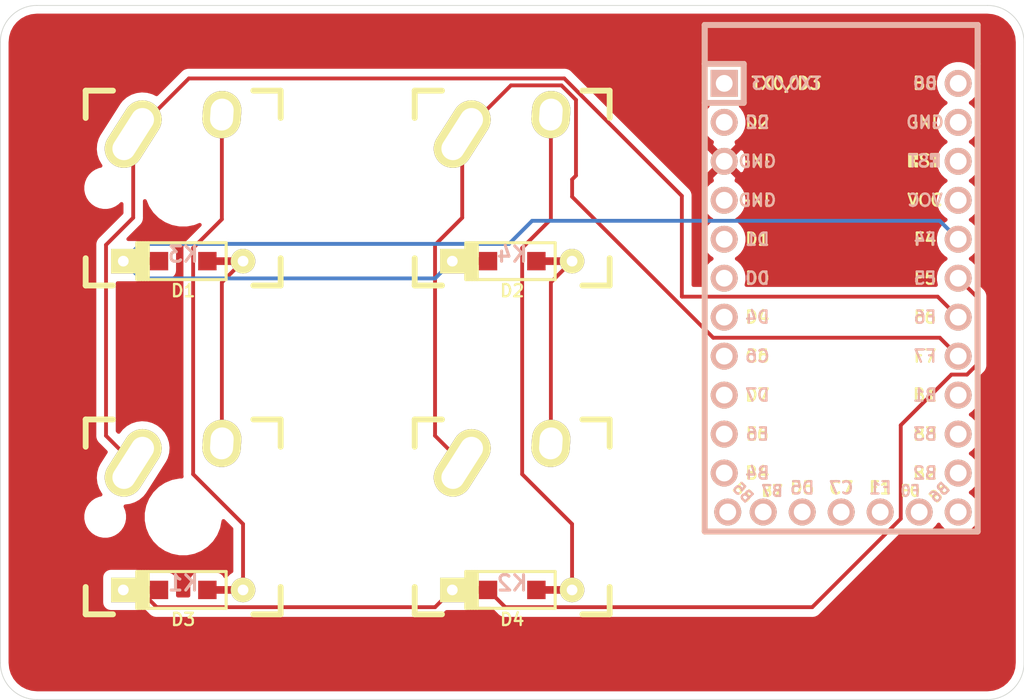
<source format=kicad_pcb>
(kicad_pcb (version 20171130) (host pcbnew "(5.1.9)-1")

  (general
    (thickness 1.6)
    (drawings 8)
    (tracks 60)
    (zones 0)
    (modules 9)
    (nets 34)
  )

  (page A4)
  (layers
    (0 F.Cu signal)
    (31 B.Cu signal)
    (32 B.Adhes user)
    (33 F.Adhes user)
    (34 B.Paste user)
    (35 F.Paste user)
    (36 B.SilkS user)
    (37 F.SilkS user)
    (38 B.Mask user)
    (39 F.Mask user)
    (40 Dwgs.User user)
    (41 Cmts.User user)
    (42 Eco1.User user)
    (43 Eco2.User user)
    (44 Edge.Cuts user)
    (45 Margin user)
    (46 B.CrtYd user)
    (47 F.CrtYd user)
    (48 B.Fab user)
    (49 F.Fab user)
  )

  (setup
    (last_trace_width 0.25)
    (trace_clearance 0.2)
    (zone_clearance 0.508)
    (zone_45_only no)
    (trace_min 0.2)
    (via_size 0.8)
    (via_drill 0.4)
    (via_min_size 0.4)
    (via_min_drill 0.3)
    (uvia_size 0.3)
    (uvia_drill 0.1)
    (uvias_allowed no)
    (uvia_min_size 0.2)
    (uvia_min_drill 0.1)
    (edge_width 0.05)
    (segment_width 0.2)
    (pcb_text_width 0.3)
    (pcb_text_size 1.5 1.5)
    (mod_edge_width 0.12)
    (mod_text_size 1 1)
    (mod_text_width 0.15)
    (pad_size 1.524 1.524)
    (pad_drill 0.762)
    (pad_to_mask_clearance 0)
    (aux_axis_origin 0 0)
    (visible_elements 7FFFF7FF)
    (pcbplotparams
      (layerselection 0x010fc_ffffffff)
      (usegerberextensions false)
      (usegerberattributes true)
      (usegerberadvancedattributes true)
      (creategerberjobfile true)
      (excludeedgelayer true)
      (linewidth 0.100000)
      (plotframeref false)
      (viasonmask false)
      (mode 1)
      (useauxorigin false)
      (hpglpennumber 1)
      (hpglpenspeed 20)
      (hpglpendiameter 15.000000)
      (psnegative false)
      (psa4output false)
      (plotreference true)
      (plotvalue true)
      (plotinvisibletext false)
      (padsonsilk false)
      (subtractmaskfromsilk false)
      (outputformat 1)
      (mirror false)
      (drillshape 1)
      (scaleselection 1)
      (outputdirectory ""))
  )

  (net 0 "")
  (net 1 "Net-(D1-Pad2)")
  (net 2 "Net-(D1-Pad1)")
  (net 3 "Net-(D2-Pad2)")
  (net 4 "Net-(D3-Pad2)")
  (net 5 "Net-(D3-Pad1)")
  (net 6 "Net-(D4-Pad2)")
  (net 7 "Net-(K1-Pad1)")
  (net 8 "Net-(K2-Pad1)")
  (net 9 "Net-(U1-Pad1)")
  (net 10 "Net-(U1-Pad2)")
  (net 11 "Net-(U1-Pad4)")
  (net 12 "Net-(U1-Pad5)")
  (net 13 "Net-(U1-Pad6)")
  (net 14 "Net-(U1-Pad7)")
  (net 15 "Net-(U1-Pad8)")
  (net 16 "Net-(U1-Pad9)")
  (net 17 "Net-(U1-Pad10)")
  (net 18 "Net-(U1-Pad11)")
  (net 19 "Net-(U1-Pad13)")
  (net 20 "Net-(U1-Pad14)")
  (net 21 "Net-(U1-Pad15)")
  (net 22 "Net-(U1-Pad16)")
  (net 23 "Net-(U1-Pad21)")
  (net 24 "Net-(U1-Pad22)")
  (net 25 "Net-(U1-Pad23)")
  (net 26 "Net-(U1-Pad12)")
  (net 27 "Net-(U1-Pad24)")
  (net 28 "Net-(U1-Pad29)")
  (net 29 "Net-(U1-Pad28)")
  (net 30 "Net-(U1-Pad27)")
  (net 31 "Net-(U1-Pad26)")
  (net 32 "Net-(U1-Pad25)")
  (net 33 GND)

  (net_class Default "This is the default net class."
    (clearance 0.2)
    (trace_width 0.25)
    (via_dia 0.8)
    (via_drill 0.4)
    (uvia_dia 0.3)
    (uvia_drill 0.1)
    (add_net GND)
    (add_net "Net-(D1-Pad1)")
    (add_net "Net-(D1-Pad2)")
    (add_net "Net-(D2-Pad2)")
    (add_net "Net-(D3-Pad1)")
    (add_net "Net-(D3-Pad2)")
    (add_net "Net-(D4-Pad2)")
    (add_net "Net-(K1-Pad1)")
    (add_net "Net-(K2-Pad1)")
    (add_net "Net-(U1-Pad1)")
    (add_net "Net-(U1-Pad10)")
    (add_net "Net-(U1-Pad11)")
    (add_net "Net-(U1-Pad12)")
    (add_net "Net-(U1-Pad13)")
    (add_net "Net-(U1-Pad14)")
    (add_net "Net-(U1-Pad15)")
    (add_net "Net-(U1-Pad16)")
    (add_net "Net-(U1-Pad2)")
    (add_net "Net-(U1-Pad21)")
    (add_net "Net-(U1-Pad22)")
    (add_net "Net-(U1-Pad23)")
    (add_net "Net-(U1-Pad24)")
    (add_net "Net-(U1-Pad25)")
    (add_net "Net-(U1-Pad26)")
    (add_net "Net-(U1-Pad27)")
    (add_net "Net-(U1-Pad28)")
    (add_net "Net-(U1-Pad29)")
    (add_net "Net-(U1-Pad4)")
    (add_net "Net-(U1-Pad5)")
    (add_net "Net-(U1-Pad6)")
    (add_net "Net-(U1-Pad7)")
    (add_net "Net-(U1-Pad8)")
    (add_net "Net-(U1-Pad9)")
  )

  (module keyboard_parts:D_SOD123_axial (layer F.Cu) (tedit 561B6A12) (tstamp 6029B9E6)
    (at 102.39375 135.73125)
    (path /6029A282)
    (attr smd)
    (fp_text reference D1 (at 0 1.925) (layer F.SilkS)
      (effects (font (size 0.8 0.8) (thickness 0.15)))
    )
    (fp_text value D (at 0 -1.925) (layer F.SilkS) hide
      (effects (font (size 0.8 0.8) (thickness 0.15)))
    )
    (fp_line (start 2.8 1.2) (end -3 1.2) (layer F.SilkS) (width 0.2))
    (fp_line (start 2.8 -1.2) (end 2.8 1.2) (layer F.SilkS) (width 0.2))
    (fp_line (start -3 -1.2) (end 2.8 -1.2) (layer F.SilkS) (width 0.2))
    (fp_line (start -2.925 -1.2) (end -2.925 1.2) (layer F.SilkS) (width 0.2))
    (fp_line (start -2.8 -1.2) (end -2.8 1.2) (layer F.SilkS) (width 0.2))
    (fp_line (start -3.025 1.2) (end -3.025 -1.2) (layer F.SilkS) (width 0.2))
    (fp_line (start -2.625 -1.2) (end -2.625 1.2) (layer F.SilkS) (width 0.2))
    (fp_line (start -2.45 -1.2) (end -2.45 1.2) (layer F.SilkS) (width 0.2))
    (fp_line (start -2.275 -1.2) (end -2.275 1.2) (layer F.SilkS) (width 0.2))
    (pad 2 smd rect (at 2.7 0) (size 2.5 0.5) (layers F.Cu)
      (net 1 "Net-(D1-Pad2)") (solder_mask_margin -999))
    (pad 1 smd rect (at -2.7 0) (size 2.5 0.5) (layers F.Cu)
      (net 2 "Net-(D1-Pad1)") (solder_mask_margin -999))
    (pad 2 thru_hole circle (at 3.9 0) (size 1.6 1.6) (drill 0.7) (layers *.Cu *.Mask F.SilkS)
      (net 1 "Net-(D1-Pad2)"))
    (pad 1 thru_hole rect (at -3.9 0) (size 1.6 1.6) (drill 0.7) (layers *.Cu *.Mask F.SilkS)
      (net 2 "Net-(D1-Pad1)"))
    (pad 1 smd rect (at -1.575 0) (size 1.2 1.2) (layers F.Cu F.Paste F.Mask)
      (net 2 "Net-(D1-Pad1)"))
    (pad 2 smd rect (at 1.575 0) (size 1.2 1.2) (layers F.Cu F.Paste F.Mask)
      (net 1 "Net-(D1-Pad2)"))
  )

  (module keyboard_parts:D_SOD123_axial (layer F.Cu) (tedit 561B6A12) (tstamp 6029B9F9)
    (at 123.825 135.73125)
    (path /6029BEA4)
    (attr smd)
    (fp_text reference D2 (at 0 1.925) (layer F.SilkS)
      (effects (font (size 0.8 0.8) (thickness 0.15)))
    )
    (fp_text value D (at 0 -1.925) (layer F.SilkS) hide
      (effects (font (size 0.8 0.8) (thickness 0.15)))
    )
    (fp_line (start -2.275 -1.2) (end -2.275 1.2) (layer F.SilkS) (width 0.2))
    (fp_line (start -2.45 -1.2) (end -2.45 1.2) (layer F.SilkS) (width 0.2))
    (fp_line (start -2.625 -1.2) (end -2.625 1.2) (layer F.SilkS) (width 0.2))
    (fp_line (start -3.025 1.2) (end -3.025 -1.2) (layer F.SilkS) (width 0.2))
    (fp_line (start -2.8 -1.2) (end -2.8 1.2) (layer F.SilkS) (width 0.2))
    (fp_line (start -2.925 -1.2) (end -2.925 1.2) (layer F.SilkS) (width 0.2))
    (fp_line (start -3 -1.2) (end 2.8 -1.2) (layer F.SilkS) (width 0.2))
    (fp_line (start 2.8 -1.2) (end 2.8 1.2) (layer F.SilkS) (width 0.2))
    (fp_line (start 2.8 1.2) (end -3 1.2) (layer F.SilkS) (width 0.2))
    (pad 2 smd rect (at 1.575 0) (size 1.2 1.2) (layers F.Cu F.Paste F.Mask)
      (net 3 "Net-(D2-Pad2)"))
    (pad 1 smd rect (at -1.575 0) (size 1.2 1.2) (layers F.Cu F.Paste F.Mask)
      (net 2 "Net-(D1-Pad1)"))
    (pad 1 thru_hole rect (at -3.9 0) (size 1.6 1.6) (drill 0.7) (layers *.Cu *.Mask F.SilkS)
      (net 2 "Net-(D1-Pad1)"))
    (pad 2 thru_hole circle (at 3.9 0) (size 1.6 1.6) (drill 0.7) (layers *.Cu *.Mask F.SilkS)
      (net 3 "Net-(D2-Pad2)"))
    (pad 1 smd rect (at -2.7 0) (size 2.5 0.5) (layers F.Cu)
      (net 2 "Net-(D1-Pad1)") (solder_mask_margin -999))
    (pad 2 smd rect (at 2.7 0) (size 2.5 0.5) (layers F.Cu)
      (net 3 "Net-(D2-Pad2)") (solder_mask_margin -999))
  )

  (module keyboard_parts:D_SOD123_axial (layer F.Cu) (tedit 561B6A12) (tstamp 6029BA0C)
    (at 102.39375 157.1625)
    (path /6029CCFE)
    (attr smd)
    (fp_text reference D3 (at 0 1.925) (layer F.SilkS)
      (effects (font (size 0.8 0.8) (thickness 0.15)))
    )
    (fp_text value D (at 0 -1.925) (layer F.SilkS) hide
      (effects (font (size 0.8 0.8) (thickness 0.15)))
    )
    (fp_line (start 2.8 1.2) (end -3 1.2) (layer F.SilkS) (width 0.2))
    (fp_line (start 2.8 -1.2) (end 2.8 1.2) (layer F.SilkS) (width 0.2))
    (fp_line (start -3 -1.2) (end 2.8 -1.2) (layer F.SilkS) (width 0.2))
    (fp_line (start -2.925 -1.2) (end -2.925 1.2) (layer F.SilkS) (width 0.2))
    (fp_line (start -2.8 -1.2) (end -2.8 1.2) (layer F.SilkS) (width 0.2))
    (fp_line (start -3.025 1.2) (end -3.025 -1.2) (layer F.SilkS) (width 0.2))
    (fp_line (start -2.625 -1.2) (end -2.625 1.2) (layer F.SilkS) (width 0.2))
    (fp_line (start -2.45 -1.2) (end -2.45 1.2) (layer F.SilkS) (width 0.2))
    (fp_line (start -2.275 -1.2) (end -2.275 1.2) (layer F.SilkS) (width 0.2))
    (pad 2 smd rect (at 2.7 0) (size 2.5 0.5) (layers F.Cu)
      (net 4 "Net-(D3-Pad2)") (solder_mask_margin -999))
    (pad 1 smd rect (at -2.7 0) (size 2.5 0.5) (layers F.Cu)
      (net 5 "Net-(D3-Pad1)") (solder_mask_margin -999))
    (pad 2 thru_hole circle (at 3.9 0) (size 1.6 1.6) (drill 0.7) (layers *.Cu *.Mask F.SilkS)
      (net 4 "Net-(D3-Pad2)"))
    (pad 1 thru_hole rect (at -3.9 0) (size 1.6 1.6) (drill 0.7) (layers *.Cu *.Mask F.SilkS)
      (net 5 "Net-(D3-Pad1)"))
    (pad 1 smd rect (at -1.575 0) (size 1.2 1.2) (layers F.Cu F.Paste F.Mask)
      (net 5 "Net-(D3-Pad1)"))
    (pad 2 smd rect (at 1.575 0) (size 1.2 1.2) (layers F.Cu F.Paste F.Mask)
      (net 4 "Net-(D3-Pad2)"))
  )

  (module keyboard_parts:D_SOD123_axial (layer F.Cu) (tedit 561B6A12) (tstamp 6029BA1F)
    (at 123.825 157.1625)
    (path /6029D583)
    (attr smd)
    (fp_text reference D4 (at 0 1.925) (layer F.SilkS)
      (effects (font (size 0.8 0.8) (thickness 0.15)))
    )
    (fp_text value D (at 0 -1.925) (layer F.SilkS) hide
      (effects (font (size 0.8 0.8) (thickness 0.15)))
    )
    (fp_line (start -2.275 -1.2) (end -2.275 1.2) (layer F.SilkS) (width 0.2))
    (fp_line (start -2.45 -1.2) (end -2.45 1.2) (layer F.SilkS) (width 0.2))
    (fp_line (start -2.625 -1.2) (end -2.625 1.2) (layer F.SilkS) (width 0.2))
    (fp_line (start -3.025 1.2) (end -3.025 -1.2) (layer F.SilkS) (width 0.2))
    (fp_line (start -2.8 -1.2) (end -2.8 1.2) (layer F.SilkS) (width 0.2))
    (fp_line (start -2.925 -1.2) (end -2.925 1.2) (layer F.SilkS) (width 0.2))
    (fp_line (start -3 -1.2) (end 2.8 -1.2) (layer F.SilkS) (width 0.2))
    (fp_line (start 2.8 -1.2) (end 2.8 1.2) (layer F.SilkS) (width 0.2))
    (fp_line (start 2.8 1.2) (end -3 1.2) (layer F.SilkS) (width 0.2))
    (pad 2 smd rect (at 1.575 0) (size 1.2 1.2) (layers F.Cu F.Paste F.Mask)
      (net 6 "Net-(D4-Pad2)"))
    (pad 1 smd rect (at -1.575 0) (size 1.2 1.2) (layers F.Cu F.Paste F.Mask)
      (net 5 "Net-(D3-Pad1)"))
    (pad 1 thru_hole rect (at -3.9 0) (size 1.6 1.6) (drill 0.7) (layers *.Cu *.Mask F.SilkS)
      (net 5 "Net-(D3-Pad1)"))
    (pad 2 thru_hole circle (at 3.9 0) (size 1.6 1.6) (drill 0.7) (layers *.Cu *.Mask F.SilkS)
      (net 6 "Net-(D4-Pad2)"))
    (pad 1 smd rect (at -2.7 0) (size 2.5 0.5) (layers F.Cu)
      (net 5 "Net-(D3-Pad1)") (solder_mask_margin -999))
    (pad 2 smd rect (at 2.7 0) (size 2.5 0.5) (layers F.Cu)
      (net 6 "Net-(D4-Pad2)") (solder_mask_margin -999))
  )

  (module keebs:Mx_Alps_100 locked (layer F.Cu) (tedit 5F25CCD9) (tstamp 6029BA44)
    (at 102.39375 152.4)
    (descr MXALPS)
    (tags MXALPS)
    (path /60297B88)
    (fp_text reference K1 (at 0 4.318) (layer B.SilkS)
      (effects (font (size 1 1) (thickness 0.2)) (justify mirror))
    )
    (fp_text value KEYSW (at 5.334 10.922) (layer B.SilkS) hide
      (effects (font (size 1.524 1.524) (thickness 0.3048)) (justify mirror))
    )
    (fp_line (start -6.35 -6.35) (end 6.35 -6.35) (layer Cmts.User) (width 0.1524))
    (fp_line (start 6.35 -6.35) (end 6.35 6.35) (layer Cmts.User) (width 0.1524))
    (fp_line (start 6.35 6.35) (end -6.35 6.35) (layer Cmts.User) (width 0.1524))
    (fp_line (start -6.35 6.35) (end -6.35 -6.35) (layer Cmts.User) (width 0.1524))
    (fp_line (start -9.398 -9.398) (end 9.398 -9.398) (layer Dwgs.User) (width 0.1524))
    (fp_line (start 9.398 -9.398) (end 9.398 9.398) (layer Dwgs.User) (width 0.1524))
    (fp_line (start 9.398 9.398) (end -9.398 9.398) (layer Dwgs.User) (width 0.1524))
    (fp_line (start -9.398 9.398) (end -9.398 -9.398) (layer Dwgs.User) (width 0.1524))
    (fp_line (start -6.35 -6.35) (end -4.572 -6.35) (layer F.SilkS) (width 0.381))
    (fp_line (start 4.572 -6.35) (end 6.35 -6.35) (layer F.SilkS) (width 0.381))
    (fp_line (start 6.35 -6.35) (end 6.35 -4.572) (layer F.SilkS) (width 0.381))
    (fp_line (start 6.35 4.572) (end 6.35 6.35) (layer F.SilkS) (width 0.381))
    (fp_line (start 6.35 6.35) (end 4.572 6.35) (layer F.SilkS) (width 0.381))
    (fp_line (start -4.572 6.35) (end -6.35 6.35) (layer F.SilkS) (width 0.381))
    (fp_line (start -6.35 6.35) (end -6.35 4.572) (layer F.SilkS) (width 0.381))
    (fp_line (start -6.35 -4.572) (end -6.35 -6.35) (layer F.SilkS) (width 0.381))
    (fp_line (start -6.985 -6.985) (end 6.985 -6.985) (layer Eco2.User) (width 0.1524))
    (fp_line (start 6.985 -6.985) (end 6.985 6.985) (layer Eco2.User) (width 0.1524))
    (fp_line (start 6.985 6.985) (end -6.985 6.985) (layer Eco2.User) (width 0.1524))
    (fp_line (start -6.985 6.985) (end -6.985 -6.985) (layer Eco2.User) (width 0.1524))
    (fp_line (start -7.75 6.4) (end -7.75 -6.4) (layer Dwgs.User) (width 0.3))
    (fp_line (start -7.75 6.4) (end 7.75 6.4) (layer Dwgs.User) (width 0.3))
    (fp_line (start 7.75 6.4) (end 7.75 -6.4) (layer Dwgs.User) (width 0.3))
    (fp_line (start 7.75 -6.4) (end -7.75 -6.4) (layer Dwgs.User) (width 0.3))
    (fp_line (start -7.62 -7.62) (end 7.62 -7.62) (layer Dwgs.User) (width 0.3))
    (fp_line (start 7.62 -7.62) (end 7.62 7.62) (layer Dwgs.User) (width 0.3))
    (fp_line (start 7.62 7.62) (end -7.62 7.62) (layer Dwgs.User) (width 0.3))
    (fp_line (start -7.62 7.62) (end -7.62 -7.62) (layer Dwgs.User) (width 0.3))
    (pad 2 thru_hole oval (at 2.52 -4.79 356.1) (size 2.5 3.08) (drill oval 1.5 2.08) (layers *.Cu *.Mask F.SilkS)
      (net 1 "Net-(D1-Pad2)"))
    (pad 1 thru_hole oval (at -3.255 -3.52 327.5) (size 2.5 4.75) (drill oval 1.5 3.75) (layers *.Cu *.Mask F.SilkS)
      (net 7 "Net-(K1-Pad1)"))
    (pad "" np_thru_hole circle (at 5.08 0) (size 1.7018 1.7018) (drill 1.7018) (layers *.Cu *.Mask))
    (pad "" np_thru_hole circle (at -5.08 0) (size 1.7018 1.7018) (drill 1.7018) (layers *.Cu *.Mask))
    (pad "" np_thru_hole circle (at 0 0) (size 3.9878 3.9878) (drill 3.9878) (layers *.Cu *.Mask))
  )

  (module keebs:Mx_Alps_100 locked (layer F.Cu) (tedit 5F25CCD9) (tstamp 6029BA69)
    (at 123.825 152.4)
    (descr MXALPS)
    (tags MXALPS)
    (path /60298470)
    (fp_text reference K2 (at 0 4.318) (layer B.SilkS)
      (effects (font (size 1 1) (thickness 0.2)) (justify mirror))
    )
    (fp_text value KEYSW (at 5.334 10.922) (layer B.SilkS) hide
      (effects (font (size 1.524 1.524) (thickness 0.3048)) (justify mirror))
    )
    (fp_line (start -7.62 7.62) (end -7.62 -7.62) (layer Dwgs.User) (width 0.3))
    (fp_line (start 7.62 7.62) (end -7.62 7.62) (layer Dwgs.User) (width 0.3))
    (fp_line (start 7.62 -7.62) (end 7.62 7.62) (layer Dwgs.User) (width 0.3))
    (fp_line (start -7.62 -7.62) (end 7.62 -7.62) (layer Dwgs.User) (width 0.3))
    (fp_line (start 7.75 -6.4) (end -7.75 -6.4) (layer Dwgs.User) (width 0.3))
    (fp_line (start 7.75 6.4) (end 7.75 -6.4) (layer Dwgs.User) (width 0.3))
    (fp_line (start -7.75 6.4) (end 7.75 6.4) (layer Dwgs.User) (width 0.3))
    (fp_line (start -7.75 6.4) (end -7.75 -6.4) (layer Dwgs.User) (width 0.3))
    (fp_line (start -6.985 6.985) (end -6.985 -6.985) (layer Eco2.User) (width 0.1524))
    (fp_line (start 6.985 6.985) (end -6.985 6.985) (layer Eco2.User) (width 0.1524))
    (fp_line (start 6.985 -6.985) (end 6.985 6.985) (layer Eco2.User) (width 0.1524))
    (fp_line (start -6.985 -6.985) (end 6.985 -6.985) (layer Eco2.User) (width 0.1524))
    (fp_line (start -6.35 -4.572) (end -6.35 -6.35) (layer F.SilkS) (width 0.381))
    (fp_line (start -6.35 6.35) (end -6.35 4.572) (layer F.SilkS) (width 0.381))
    (fp_line (start -4.572 6.35) (end -6.35 6.35) (layer F.SilkS) (width 0.381))
    (fp_line (start 6.35 6.35) (end 4.572 6.35) (layer F.SilkS) (width 0.381))
    (fp_line (start 6.35 4.572) (end 6.35 6.35) (layer F.SilkS) (width 0.381))
    (fp_line (start 6.35 -6.35) (end 6.35 -4.572) (layer F.SilkS) (width 0.381))
    (fp_line (start 4.572 -6.35) (end 6.35 -6.35) (layer F.SilkS) (width 0.381))
    (fp_line (start -6.35 -6.35) (end -4.572 -6.35) (layer F.SilkS) (width 0.381))
    (fp_line (start -9.398 9.398) (end -9.398 -9.398) (layer Dwgs.User) (width 0.1524))
    (fp_line (start 9.398 9.398) (end -9.398 9.398) (layer Dwgs.User) (width 0.1524))
    (fp_line (start 9.398 -9.398) (end 9.398 9.398) (layer Dwgs.User) (width 0.1524))
    (fp_line (start -9.398 -9.398) (end 9.398 -9.398) (layer Dwgs.User) (width 0.1524))
    (fp_line (start -6.35 6.35) (end -6.35 -6.35) (layer Cmts.User) (width 0.1524))
    (fp_line (start 6.35 6.35) (end -6.35 6.35) (layer Cmts.User) (width 0.1524))
    (fp_line (start 6.35 -6.35) (end 6.35 6.35) (layer Cmts.User) (width 0.1524))
    (fp_line (start -6.35 -6.35) (end 6.35 -6.35) (layer Cmts.User) (width 0.1524))
    (pad "" np_thru_hole circle (at 0 0) (size 3.9878 3.9878) (drill 3.9878) (layers *.Cu *.Mask))
    (pad "" np_thru_hole circle (at -5.08 0) (size 1.7018 1.7018) (drill 1.7018) (layers *.Cu *.Mask))
    (pad "" np_thru_hole circle (at 5.08 0) (size 1.7018 1.7018) (drill 1.7018) (layers *.Cu *.Mask))
    (pad 1 thru_hole oval (at -3.255 -3.52 327.5) (size 2.5 4.75) (drill oval 1.5 3.75) (layers *.Cu *.Mask F.SilkS)
      (net 8 "Net-(K2-Pad1)"))
    (pad 2 thru_hole oval (at 2.52 -4.79 356.1) (size 2.5 3.08) (drill oval 1.5 2.08) (layers *.Cu *.Mask F.SilkS)
      (net 3 "Net-(D2-Pad2)"))
  )

  (module keebs:Mx_Alps_100 locked (layer F.Cu) (tedit 5F25CCD9) (tstamp 6029BA8E)
    (at 102.39375 130.96875)
    (descr MXALPS)
    (tags MXALPS)
    (path /602995B5)
    (fp_text reference K3 (at 0 4.318) (layer B.SilkS)
      (effects (font (size 1 1) (thickness 0.2)) (justify mirror))
    )
    (fp_text value KEYSW (at 5.334 10.922) (layer B.SilkS) hide
      (effects (font (size 1.524 1.524) (thickness 0.3048)) (justify mirror))
    )
    (fp_line (start -6.35 -6.35) (end 6.35 -6.35) (layer Cmts.User) (width 0.1524))
    (fp_line (start 6.35 -6.35) (end 6.35 6.35) (layer Cmts.User) (width 0.1524))
    (fp_line (start 6.35 6.35) (end -6.35 6.35) (layer Cmts.User) (width 0.1524))
    (fp_line (start -6.35 6.35) (end -6.35 -6.35) (layer Cmts.User) (width 0.1524))
    (fp_line (start -9.398 -9.398) (end 9.398 -9.398) (layer Dwgs.User) (width 0.1524))
    (fp_line (start 9.398 -9.398) (end 9.398 9.398) (layer Dwgs.User) (width 0.1524))
    (fp_line (start 9.398 9.398) (end -9.398 9.398) (layer Dwgs.User) (width 0.1524))
    (fp_line (start -9.398 9.398) (end -9.398 -9.398) (layer Dwgs.User) (width 0.1524))
    (fp_line (start -6.35 -6.35) (end -4.572 -6.35) (layer F.SilkS) (width 0.381))
    (fp_line (start 4.572 -6.35) (end 6.35 -6.35) (layer F.SilkS) (width 0.381))
    (fp_line (start 6.35 -6.35) (end 6.35 -4.572) (layer F.SilkS) (width 0.381))
    (fp_line (start 6.35 4.572) (end 6.35 6.35) (layer F.SilkS) (width 0.381))
    (fp_line (start 6.35 6.35) (end 4.572 6.35) (layer F.SilkS) (width 0.381))
    (fp_line (start -4.572 6.35) (end -6.35 6.35) (layer F.SilkS) (width 0.381))
    (fp_line (start -6.35 6.35) (end -6.35 4.572) (layer F.SilkS) (width 0.381))
    (fp_line (start -6.35 -4.572) (end -6.35 -6.35) (layer F.SilkS) (width 0.381))
    (fp_line (start -6.985 -6.985) (end 6.985 -6.985) (layer Eco2.User) (width 0.1524))
    (fp_line (start 6.985 -6.985) (end 6.985 6.985) (layer Eco2.User) (width 0.1524))
    (fp_line (start 6.985 6.985) (end -6.985 6.985) (layer Eco2.User) (width 0.1524))
    (fp_line (start -6.985 6.985) (end -6.985 -6.985) (layer Eco2.User) (width 0.1524))
    (fp_line (start -7.75 6.4) (end -7.75 -6.4) (layer Dwgs.User) (width 0.3))
    (fp_line (start -7.75 6.4) (end 7.75 6.4) (layer Dwgs.User) (width 0.3))
    (fp_line (start 7.75 6.4) (end 7.75 -6.4) (layer Dwgs.User) (width 0.3))
    (fp_line (start 7.75 -6.4) (end -7.75 -6.4) (layer Dwgs.User) (width 0.3))
    (fp_line (start -7.62 -7.62) (end 7.62 -7.62) (layer Dwgs.User) (width 0.3))
    (fp_line (start 7.62 -7.62) (end 7.62 7.62) (layer Dwgs.User) (width 0.3))
    (fp_line (start 7.62 7.62) (end -7.62 7.62) (layer Dwgs.User) (width 0.3))
    (fp_line (start -7.62 7.62) (end -7.62 -7.62) (layer Dwgs.User) (width 0.3))
    (pad 2 thru_hole oval (at 2.52 -4.79 356.1) (size 2.5 3.08) (drill oval 1.5 2.08) (layers *.Cu *.Mask F.SilkS)
      (net 4 "Net-(D3-Pad2)"))
    (pad 1 thru_hole oval (at -3.255 -3.52 327.5) (size 2.5 4.75) (drill oval 1.5 3.75) (layers *.Cu *.Mask F.SilkS)
      (net 7 "Net-(K1-Pad1)"))
    (pad "" np_thru_hole circle (at 5.08 0) (size 1.7018 1.7018) (drill 1.7018) (layers *.Cu *.Mask))
    (pad "" np_thru_hole circle (at -5.08 0) (size 1.7018 1.7018) (drill 1.7018) (layers *.Cu *.Mask))
    (pad "" np_thru_hole circle (at 0 0) (size 3.9878 3.9878) (drill 3.9878) (layers *.Cu *.Mask))
  )

  (module keebs:Mx_Alps_100 locked (layer F.Cu) (tedit 5F25CCD9) (tstamp 6029BAB3)
    (at 123.825 130.96875)
    (descr MXALPS)
    (tags MXALPS)
    (path /60299B2D)
    (fp_text reference K4 (at 0 4.318) (layer B.SilkS)
      (effects (font (size 1 1) (thickness 0.2)) (justify mirror))
    )
    (fp_text value KEYSW (at 5.334 10.922) (layer B.SilkS) hide
      (effects (font (size 1.524 1.524) (thickness 0.3048)) (justify mirror))
    )
    (fp_line (start -7.62 7.62) (end -7.62 -7.62) (layer Dwgs.User) (width 0.3))
    (fp_line (start 7.62 7.62) (end -7.62 7.62) (layer Dwgs.User) (width 0.3))
    (fp_line (start 7.62 -7.62) (end 7.62 7.62) (layer Dwgs.User) (width 0.3))
    (fp_line (start -7.62 -7.62) (end 7.62 -7.62) (layer Dwgs.User) (width 0.3))
    (fp_line (start 7.75 -6.4) (end -7.75 -6.4) (layer Dwgs.User) (width 0.3))
    (fp_line (start 7.75 6.4) (end 7.75 -6.4) (layer Dwgs.User) (width 0.3))
    (fp_line (start -7.75 6.4) (end 7.75 6.4) (layer Dwgs.User) (width 0.3))
    (fp_line (start -7.75 6.4) (end -7.75 -6.4) (layer Dwgs.User) (width 0.3))
    (fp_line (start -6.985 6.985) (end -6.985 -6.985) (layer Eco2.User) (width 0.1524))
    (fp_line (start 6.985 6.985) (end -6.985 6.985) (layer Eco2.User) (width 0.1524))
    (fp_line (start 6.985 -6.985) (end 6.985 6.985) (layer Eco2.User) (width 0.1524))
    (fp_line (start -6.985 -6.985) (end 6.985 -6.985) (layer Eco2.User) (width 0.1524))
    (fp_line (start -6.35 -4.572) (end -6.35 -6.35) (layer F.SilkS) (width 0.381))
    (fp_line (start -6.35 6.35) (end -6.35 4.572) (layer F.SilkS) (width 0.381))
    (fp_line (start -4.572 6.35) (end -6.35 6.35) (layer F.SilkS) (width 0.381))
    (fp_line (start 6.35 6.35) (end 4.572 6.35) (layer F.SilkS) (width 0.381))
    (fp_line (start 6.35 4.572) (end 6.35 6.35) (layer F.SilkS) (width 0.381))
    (fp_line (start 6.35 -6.35) (end 6.35 -4.572) (layer F.SilkS) (width 0.381))
    (fp_line (start 4.572 -6.35) (end 6.35 -6.35) (layer F.SilkS) (width 0.381))
    (fp_line (start -6.35 -6.35) (end -4.572 -6.35) (layer F.SilkS) (width 0.381))
    (fp_line (start -9.398 9.398) (end -9.398 -9.398) (layer Dwgs.User) (width 0.1524))
    (fp_line (start 9.398 9.398) (end -9.398 9.398) (layer Dwgs.User) (width 0.1524))
    (fp_line (start 9.398 -9.398) (end 9.398 9.398) (layer Dwgs.User) (width 0.1524))
    (fp_line (start -9.398 -9.398) (end 9.398 -9.398) (layer Dwgs.User) (width 0.1524))
    (fp_line (start -6.35 6.35) (end -6.35 -6.35) (layer Cmts.User) (width 0.1524))
    (fp_line (start 6.35 6.35) (end -6.35 6.35) (layer Cmts.User) (width 0.1524))
    (fp_line (start 6.35 -6.35) (end 6.35 6.35) (layer Cmts.User) (width 0.1524))
    (fp_line (start -6.35 -6.35) (end 6.35 -6.35) (layer Cmts.User) (width 0.1524))
    (pad "" np_thru_hole circle (at 0 0) (size 3.9878 3.9878) (drill 3.9878) (layers *.Cu *.Mask))
    (pad "" np_thru_hole circle (at -5.08 0) (size 1.7018 1.7018) (drill 1.7018) (layers *.Cu *.Mask))
    (pad "" np_thru_hole circle (at 5.08 0) (size 1.7018 1.7018) (drill 1.7018) (layers *.Cu *.Mask))
    (pad 1 thru_hole oval (at -3.255 -3.52 327.5) (size 2.5 4.75) (drill oval 1.5 3.75) (layers *.Cu *.Mask F.SilkS)
      (net 8 "Net-(K2-Pad1)"))
    (pad 2 thru_hole oval (at 2.52 -4.79 356.1) (size 2.5 3.08) (drill oval 1.5 2.08) (layers *.Cu *.Mask F.SilkS)
      (net 6 "Net-(D4-Pad2)"))
  )

  (module Keebio-Parts:Elite-C (layer F.Cu) (tedit 5BDF551E) (tstamp 6029BB2C)
    (at 145.25625 138.1125 270)
    (path /60295751)
    (fp_text reference U1 (at 0 1.625 90) (layer F.SilkS) hide
      (effects (font (size 1.2 1.2) (thickness 0.2032)))
    )
    (fp_text value Elite-C (at 0 0 90) (layer F.SilkS) hide
      (effects (font (size 1.2 1.2) (thickness 0.2032)))
    )
    (fp_line (start -12.7 6.35) (end -12.7 8.89) (layer B.SilkS) (width 0.381))
    (fp_line (start -15.24 6.35) (end -12.7 6.35) (layer B.SilkS) (width 0.381))
    (fp_line (start -15.24 8.89) (end 15.24 8.89) (layer F.SilkS) (width 0.381))
    (fp_line (start 15.24 8.89) (end 15.24 -8.89) (layer F.SilkS) (width 0.381))
    (fp_line (start 15.24 -8.89) (end -15.24 -8.89) (layer F.SilkS) (width 0.381))
    (fp_line (start -15.24 6.35) (end -12.7 6.35) (layer F.SilkS) (width 0.381))
    (fp_line (start -12.7 6.35) (end -12.7 8.89) (layer F.SilkS) (width 0.381))
    (fp_poly (pts (xy -9.36064 -4.931568) (xy -9.06064 -4.931568) (xy -9.06064 -4.831568) (xy -9.36064 -4.831568)) (layer F.SilkS) (width 0.15))
    (fp_poly (pts (xy -8.96064 -4.731568) (xy -8.86064 -4.731568) (xy -8.86064 -4.631568) (xy -8.96064 -4.631568)) (layer F.SilkS) (width 0.15))
    (fp_poly (pts (xy -9.36064 -4.931568) (xy -9.26064 -4.931568) (xy -9.26064 -4.431568) (xy -9.36064 -4.431568)) (layer F.SilkS) (width 0.15))
    (fp_poly (pts (xy -9.36064 -4.531568) (xy -8.56064 -4.531568) (xy -8.56064 -4.431568) (xy -9.36064 -4.431568)) (layer F.SilkS) (width 0.15))
    (fp_poly (pts (xy -8.76064 -4.931568) (xy -8.56064 -4.931568) (xy -8.56064 -4.831568) (xy -8.76064 -4.831568)) (layer F.SilkS) (width 0.15))
    (fp_poly (pts (xy -8.95097 -6.044635) (xy -8.85097 -6.044635) (xy -8.85097 -6.144635) (xy -8.95097 -6.144635)) (layer B.SilkS) (width 0.15))
    (fp_poly (pts (xy -9.35097 -6.244635) (xy -8.55097 -6.244635) (xy -8.55097 -6.344635) (xy -9.35097 -6.344635)) (layer B.SilkS) (width 0.15))
    (fp_poly (pts (xy -8.75097 -5.844635) (xy -8.55097 -5.844635) (xy -8.55097 -5.944635) (xy -8.75097 -5.944635)) (layer B.SilkS) (width 0.15))
    (fp_poly (pts (xy -9.35097 -5.844635) (xy -9.05097 -5.844635) (xy -9.05097 -5.944635) (xy -9.35097 -5.944635)) (layer B.SilkS) (width 0.15))
    (fp_poly (pts (xy -9.35097 -5.844635) (xy -9.25097 -5.844635) (xy -9.25097 -6.344635) (xy -9.35097 -6.344635)) (layer B.SilkS) (width 0.15))
    (fp_line (start 15.24 -8.89) (end -17.78 -8.89) (layer B.SilkS) (width 0.381))
    (fp_line (start 15.24 8.89) (end 15.24 -8.89) (layer B.SilkS) (width 0.381))
    (fp_line (start -17.78 8.89) (end 15.24 8.89) (layer B.SilkS) (width 0.381))
    (fp_line (start -17.78 -8.89) (end -17.78 8.89) (layer B.SilkS) (width 0.381))
    (fp_line (start -15.24 -8.89) (end -17.78 -8.89) (layer F.SilkS) (width 0.381))
    (fp_line (start -17.78 -8.89) (end -17.78 8.89) (layer F.SilkS) (width 0.381))
    (fp_line (start -17.78 8.89) (end -15.24 8.89) (layer F.SilkS) (width 0.381))
    (fp_line (start -14.224 -3.556) (end -14.224 3.81) (layer Dwgs.User) (width 0.2))
    (fp_line (start -14.224 3.81) (end -19.304 3.81) (layer Dwgs.User) (width 0.2))
    (fp_line (start -19.304 3.81) (end -19.304 -3.556) (layer Dwgs.User) (width 0.2))
    (fp_line (start -19.304 -3.556) (end -14.224 -3.556) (layer Dwgs.User) (width 0.2))
    (fp_line (start -15.24 6.35) (end -15.24 8.89) (layer B.SilkS) (width 0.381))
    (fp_line (start -15.24 6.35) (end -15.24 8.89) (layer F.SilkS) (width 0.381))
    (fp_text user D2 (at -11.43 5.461) (layer B.SilkS)
      (effects (font (size 0.8 0.8) (thickness 0.15)) (justify mirror))
    )
    (fp_text user D0 (at -1.27 5.461) (layer B.SilkS)
      (effects (font (size 0.8 0.8) (thickness 0.15)) (justify mirror))
    )
    (fp_text user D1 (at -3.81 5.461) (layer B.SilkS)
      (effects (font (size 0.8 0.8) (thickness 0.15)) (justify mirror))
    )
    (fp_text user GND (at -6.35 5.461) (layer B.SilkS)
      (effects (font (size 0.8 0.8) (thickness 0.15)) (justify mirror))
    )
    (fp_text user GND (at -8.89 5.461) (layer B.SilkS)
      (effects (font (size 0.8 0.8) (thickness 0.15)) (justify mirror))
    )
    (fp_text user D4 (at 1.27 5.461) (layer B.SilkS)
      (effects (font (size 0.8 0.8) (thickness 0.15)) (justify mirror))
    )
    (fp_text user C6 (at 3.81 5.461) (layer B.SilkS)
      (effects (font (size 0.8 0.8) (thickness 0.15)) (justify mirror))
    )
    (fp_text user D7 (at 6.35 5.461) (layer B.SilkS)
      (effects (font (size 0.8 0.8) (thickness 0.15)) (justify mirror))
    )
    (fp_text user E6 (at 8.89 5.461) (layer B.SilkS)
      (effects (font (size 0.8 0.8) (thickness 0.15)) (justify mirror))
    )
    (fp_text user B4 (at 11.43 5.461) (layer B.SilkS)
      (effects (font (size 0.8 0.8) (thickness 0.15)) (justify mirror))
    )
    (fp_text user B5 (at 12.7 6.4 135) (layer B.SilkS)
      (effects (font (size 0.7 0.7) (thickness 0.15)) (justify mirror))
    )
    (fp_text user B2 (at 11.43 -5.461) (layer F.SilkS)
      (effects (font (size 0.8 0.8) (thickness 0.15)))
    )
    (fp_text user B3 (at 8.89 -5.461) (layer B.SilkS)
      (effects (font (size 0.8 0.8) (thickness 0.15)) (justify mirror))
    )
    (fp_text user B1 (at 6.35 -5.461) (layer B.SilkS)
      (effects (font (size 0.8 0.8) (thickness 0.15)) (justify mirror))
    )
    (fp_text user F7 (at 3.81 -5.461) (layer F.SilkS)
      (effects (font (size 0.8 0.8) (thickness 0.15)))
    )
    (fp_text user F6 (at 1.27 -5.461) (layer F.SilkS)
      (effects (font (size 0.8 0.8) (thickness 0.15)))
    )
    (fp_text user F5 (at -1.27 -5.461) (layer F.SilkS)
      (effects (font (size 0.8 0.8) (thickness 0.15)))
    )
    (fp_text user F4 (at -3.81 -5.461) (layer B.SilkS)
      (effects (font (size 0.8 0.8) (thickness 0.15)) (justify mirror))
    )
    (fp_text user VCC (at -6.35 -5.461) (layer B.SilkS)
      (effects (font (size 0.8 0.8) (thickness 0.15)) (justify mirror))
    )
    (fp_text user GND (at -11.43 -5.461) (layer B.SilkS)
      (effects (font (size 0.8 0.8) (thickness 0.15)) (justify mirror))
    )
    (fp_text user B0 (at -13.97 -5.461) (layer B.SilkS)
      (effects (font (size 0.8 0.8) (thickness 0.15)) (justify mirror))
    )
    (fp_text user B0 (at -13.97 -5.461) (layer F.SilkS)
      (effects (font (size 0.8 0.8) (thickness 0.15)))
    )
    (fp_text user GND (at -11.43 -5.461) (layer F.SilkS)
      (effects (font (size 0.8 0.8) (thickness 0.15)))
    )
    (fp_text user ST (at -8.92 -5.73312) (layer F.SilkS)
      (effects (font (size 0.8 0.8) (thickness 0.15)))
    )
    (fp_text user VCC (at -6.35 -5.461) (layer F.SilkS)
      (effects (font (size 0.8 0.8) (thickness 0.15)))
    )
    (fp_text user F4 (at -3.81 -5.461) (layer F.SilkS)
      (effects (font (size 0.8 0.8) (thickness 0.15)))
    )
    (fp_text user F5 (at -1.27 -5.461) (layer B.SilkS)
      (effects (font (size 0.8 0.8) (thickness 0.15)) (justify mirror))
    )
    (fp_text user F6 (at 1.27 -5.461) (layer B.SilkS)
      (effects (font (size 0.8 0.8) (thickness 0.15)) (justify mirror))
    )
    (fp_text user F7 (at 3.81 -5.461) (layer B.SilkS)
      (effects (font (size 0.8 0.8) (thickness 0.15)) (justify mirror))
    )
    (fp_text user B1 (at 6.35 -5.461) (layer F.SilkS)
      (effects (font (size 0.8 0.8) (thickness 0.15)))
    )
    (fp_text user B3 (at 8.89 -5.461) (layer F.SilkS)
      (effects (font (size 0.8 0.8) (thickness 0.15)))
    )
    (fp_text user B2 (at 11.43 -5.461) (layer B.SilkS)
      (effects (font (size 0.8 0.8) (thickness 0.15)) (justify mirror))
    )
    (fp_text user B5 (at 12.7 6.4 135) (layer F.SilkS)
      (effects (font (size 0.7 0.7) (thickness 0.15)))
    )
    (fp_text user B4 (at 11.43 5.461) (layer F.SilkS)
      (effects (font (size 0.8 0.8) (thickness 0.15)))
    )
    (fp_text user E6 (at 8.89 5.461) (layer F.SilkS)
      (effects (font (size 0.8 0.8) (thickness 0.15)))
    )
    (fp_text user D7 (at 6.35 5.461) (layer F.SilkS)
      (effects (font (size 0.8 0.8) (thickness 0.15)))
    )
    (fp_text user C6 (at 3.81 5.461) (layer F.SilkS)
      (effects (font (size 0.8 0.8) (thickness 0.15)))
    )
    (fp_text user D4 (at 1.27 5.461) (layer F.SilkS)
      (effects (font (size 0.8 0.8) (thickness 0.15)))
    )
    (fp_text user GND (at -8.89 5.461) (layer F.SilkS)
      (effects (font (size 0.8 0.8) (thickness 0.15)))
    )
    (fp_text user GND (at -6.35 5.461) (layer F.SilkS)
      (effects (font (size 0.8 0.8) (thickness 0.15)))
    )
    (fp_text user D1 (at -3.81 5.461) (layer F.SilkS)
      (effects (font (size 0.8 0.8) (thickness 0.15)))
    )
    (fp_text user D0 (at -1.27 5.461) (layer F.SilkS)
      (effects (font (size 0.8 0.8) (thickness 0.15)))
    )
    (fp_text user D2 (at -11.43 5.461) (layer F.SilkS)
      (effects (font (size 0.8 0.8) (thickness 0.15)))
    )
    (fp_text user TX0/D3 (at -13.97 3.571872) (layer B.SilkS)
      (effects (font (size 0.8 0.8) (thickness 0.15)) (justify mirror))
    )
    (fp_text user TX0/D3 (at -13.97 3.571872) (layer F.SilkS)
      (effects (font (size 0.8 0.8) (thickness 0.15)))
    )
    (fp_text user ST (at -8.91 -5.04) (layer B.SilkS)
      (effects (font (size 0.8 0.8) (thickness 0.15)) (justify mirror))
    )
    (fp_text user B7 (at 12.6 4.5) (layer F.SilkS)
      (effects (font (size 0.7 0.7) (thickness 0.15)))
    )
    (fp_text user B7 (at 12.6 4.5) (layer B.SilkS)
      (effects (font (size 0.7 0.7) (thickness 0.15)) (justify mirror))
    )
    (fp_text user F0 (at 12.6 -4.5) (layer B.SilkS)
      (effects (font (size 0.7 0.7) (thickness 0.15)) (justify mirror))
    )
    (fp_text user F0 (at 12.6 -4.5) (layer F.SilkS)
      (effects (font (size 0.7 0.7) (thickness 0.15)))
    )
    (fp_text user B6 (at 12.7 -6.4 45 unlocked) (layer F.SilkS)
      (effects (font (size 0.7 0.7) (thickness 0.15)))
    )
    (fp_text user B6 (at 12.7 -6.4 45 unlocked) (layer B.SilkS)
      (effects (font (size 0.7 0.7) (thickness 0.15)) (justify mirror))
    )
    (fp_text user C7 (at 12.4 0) (layer F.SilkS)
      (effects (font (size 0.8 0.8) (thickness 0.15)))
    )
    (fp_text user C7 (at 12.4 0) (layer B.SilkS)
      (effects (font (size 0.8 0.8) (thickness 0.15)) (justify mirror))
    )
    (fp_text user F1 (at 12.4 -2.54) (layer B.SilkS)
      (effects (font (size 0.8 0.8) (thickness 0.15)) (justify mirror))
    )
    (fp_text user F1 (at 12.4 -2.54) (layer F.SilkS)
      (effects (font (size 0.8 0.8) (thickness 0.15)))
    )
    (fp_text user D5 (at 12.4 2.54) (layer F.SilkS)
      (effects (font (size 0.8 0.8) (thickness 0.15)))
    )
    (fp_text user D5 (at 12.4 2.54) (layer B.SilkS)
      (effects (font (size 0.8 0.8) (thickness 0.15)) (justify mirror))
    )
    (pad 1 thru_hole rect (at -13.97 7.62 270) (size 1.7526 1.7526) (drill 1.0922) (layers *.Cu *.SilkS *.Mask)
      (net 9 "Net-(U1-Pad1)"))
    (pad 2 thru_hole circle (at -11.43 7.62 270) (size 1.7526 1.7526) (drill 1.0922) (layers *.Cu *.SilkS *.Mask)
      (net 10 "Net-(U1-Pad2)"))
    (pad 3 thru_hole circle (at -8.89 7.62 270) (size 1.7526 1.7526) (drill 1.0922) (layers *.Cu *.SilkS *.Mask)
      (net 33 GND))
    (pad 4 thru_hole circle (at -6.35 7.62 270) (size 1.7526 1.7526) (drill 1.0922) (layers *.Cu *.SilkS *.Mask)
      (net 11 "Net-(U1-Pad4)"))
    (pad 5 thru_hole circle (at -3.81 7.62 270) (size 1.7526 1.7526) (drill 1.0922) (layers *.Cu *.SilkS *.Mask)
      (net 12 "Net-(U1-Pad5)"))
    (pad 6 thru_hole circle (at -1.27 7.62 270) (size 1.7526 1.7526) (drill 1.0922) (layers *.Cu *.SilkS *.Mask)
      (net 13 "Net-(U1-Pad6)"))
    (pad 7 thru_hole circle (at 1.27 7.62 270) (size 1.7526 1.7526) (drill 1.0922) (layers *.Cu *.SilkS *.Mask)
      (net 14 "Net-(U1-Pad7)"))
    (pad 8 thru_hole circle (at 3.81 7.62 270) (size 1.7526 1.7526) (drill 1.0922) (layers *.Cu *.SilkS *.Mask)
      (net 15 "Net-(U1-Pad8)"))
    (pad 9 thru_hole circle (at 6.35 7.62 270) (size 1.7526 1.7526) (drill 1.0922) (layers *.Cu *.SilkS *.Mask)
      (net 16 "Net-(U1-Pad9)"))
    (pad 10 thru_hole circle (at 8.89 7.62 270) (size 1.7526 1.7526) (drill 1.0922) (layers *.Cu *.SilkS *.Mask)
      (net 17 "Net-(U1-Pad10)"))
    (pad 11 thru_hole circle (at 11.43 7.62 270) (size 1.7526 1.7526) (drill 1.0922) (layers *.Cu *.SilkS *.Mask)
      (net 18 "Net-(U1-Pad11)"))
    (pad 13 thru_hole circle (at 13.97 -7.62 270) (size 1.7526 1.7526) (drill 1.0922) (layers *.Cu *.SilkS *.Mask)
      (net 19 "Net-(U1-Pad13)"))
    (pad 14 thru_hole circle (at 11.43 -7.62 270) (size 1.7526 1.7526) (drill 1.0922) (layers *.Cu *.SilkS *.Mask)
      (net 20 "Net-(U1-Pad14)"))
    (pad 15 thru_hole circle (at 8.89 -7.62 270) (size 1.7526 1.7526) (drill 1.0922) (layers *.Cu *.SilkS *.Mask)
      (net 21 "Net-(U1-Pad15)"))
    (pad 16 thru_hole circle (at 6.35 -7.62 270) (size 1.7526 1.7526) (drill 1.0922) (layers *.Cu *.SilkS *.Mask)
      (net 22 "Net-(U1-Pad16)"))
    (pad 17 thru_hole circle (at 3.81 -7.62 270) (size 1.7526 1.7526) (drill 1.0922) (layers *.Cu *.SilkS *.Mask)
      (net 8 "Net-(K2-Pad1)"))
    (pad 18 thru_hole circle (at 1.27 -7.62 270) (size 1.7526 1.7526) (drill 1.0922) (layers *.Cu *.SilkS *.Mask)
      (net 7 "Net-(K1-Pad1)"))
    (pad 19 thru_hole circle (at -1.27 -7.62 270) (size 1.7526 1.7526) (drill 1.0922) (layers *.Cu *.SilkS *.Mask)
      (net 5 "Net-(D3-Pad1)"))
    (pad 20 thru_hole circle (at -3.81 -7.62 270) (size 1.7526 1.7526) (drill 1.0922) (layers *.Cu *.SilkS *.Mask)
      (net 2 "Net-(D1-Pad1)"))
    (pad 21 thru_hole circle (at -6.35 -7.62 270) (size 1.7526 1.7526) (drill 1.0922) (layers *.Cu *.SilkS *.Mask)
      (net 23 "Net-(U1-Pad21)"))
    (pad 22 thru_hole circle (at -8.89 -7.62 270) (size 1.7526 1.7526) (drill 1.0922) (layers *.Cu *.SilkS *.Mask)
      (net 24 "Net-(U1-Pad22)"))
    (pad 23 thru_hole circle (at -11.43 -7.62 270) (size 1.7526 1.7526) (drill 1.0922) (layers *.Cu *.SilkS *.Mask)
      (net 25 "Net-(U1-Pad23)"))
    (pad 12 thru_hole circle (at 13.97 7.3914 270) (size 1.7526 1.7526) (drill 1.0922) (layers *.Cu *.SilkS *.Mask)
      (net 26 "Net-(U1-Pad12)"))
    (pad 24 thru_hole circle (at -13.97 -7.62 270) (size 1.7526 1.7526) (drill 1.0922) (layers *.Cu *.SilkS *.Mask)
      (net 27 "Net-(U1-Pad24)"))
    (pad 29 thru_hole circle (at 13.97 -5.08 270) (size 1.7526 1.7526) (drill 1.0922) (layers *.Cu *.SilkS *.Mask)
      (net 28 "Net-(U1-Pad29)"))
    (pad 28 thru_hole circle (at 13.97 -2.54 270) (size 1.7526 1.7526) (drill 1.0922) (layers *.Cu *.SilkS *.Mask)
      (net 29 "Net-(U1-Pad28)"))
    (pad 27 thru_hole circle (at 13.97 0 270) (size 1.7526 1.7526) (drill 1.0922) (layers *.Cu *.SilkS *.Mask)
      (net 30 "Net-(U1-Pad27)"))
    (pad 26 thru_hole circle (at 13.97 2.54 270) (size 1.7526 1.7526) (drill 1.0922) (layers *.Cu *.SilkS *.Mask)
      (net 31 "Net-(U1-Pad26)"))
    (pad 25 thru_hole circle (at 13.97 5.08 270) (size 1.7526 1.7526) (drill 1.0922) (layers *.Cu *.SilkS *.Mask)
      (net 32 "Net-(U1-Pad25)"))
    (model /Users/danny/Documents/proj/custom-keyboard/kicad-libs/3d_models/ArduinoProMicro.wrl
      (offset (xyz -13.96999979019165 -7.619999885559082 -5.841999912261963))
      (scale (xyz 0.395 0.395 0.395))
      (rotate (xyz 90 180 180))
    )
  )

  (gr_arc (start 154.78125 161.925) (end 154.78125 164.30625) (angle -90) (layer Edge.Cuts) (width 0.05))
  (gr_arc (start 92.86875 121.44375) (end 92.86875 119.0625) (angle -90) (layer Edge.Cuts) (width 0.05))
  (gr_arc (start 92.86875 161.925) (end 90.4875 161.925) (angle -90) (layer Edge.Cuts) (width 0.05))
  (gr_arc (start 154.78125 121.44375) (end 157.1625 121.44375) (angle -90) (layer Edge.Cuts) (width 0.05))
  (gr_line (start 157.1625 121.44375) (end 157.1625 161.925) (layer Edge.Cuts) (width 0.05))
  (gr_line (start 92.86875 164.30625) (end 154.78125 164.30625) (layer Edge.Cuts) (width 0.05))
  (gr_line (start 90.4875 121.44375) (end 90.4875 161.925) (layer Edge.Cuts) (width 0.05))
  (gr_line (start 92.86875 119.0625) (end 154.78125 119.0625) (layer Edge.Cuts) (width 0.05))

  (via (at 104.91375 147.61) (size 0.8) (drill 0.4) (layers F.Cu B.Cu) (net 1))
  (segment (start 104.8025 147.61) (end 104.91375 147.61) (width 0.25) (layer B.Cu) (net 1))
  (segment (start 104.91375 137.11125) (end 106.29375 135.73125) (width 0.25) (layer F.Cu) (net 1))
  (segment (start 104.91375 147.61) (end 104.91375 137.11125) (width 0.25) (layer F.Cu) (net 1))
  (segment (start 99.618751 134.606249) (end 98.49375 135.73125) (width 0.25) (layer B.Cu) (net 2))
  (segment (start 123.619475 134.606249) (end 99.618751 134.606249) (width 0.25) (layer B.Cu) (net 2))
  (segment (start 125.124525 133.101199) (end 123.619475 134.606249) (width 0.25) (layer B.Cu) (net 2))
  (segment (start 151.674949 133.101199) (end 125.124525 133.101199) (width 0.25) (layer B.Cu) (net 2))
  (segment (start 152.87625 134.3025) (end 151.674949 133.101199) (width 0.25) (layer B.Cu) (net 2))
  (segment (start 118.799999 136.856251) (end 119.925 135.73125) (width 0.25) (layer B.Cu) (net 2))
  (segment (start 99.618751 136.856251) (end 118.799999 136.856251) (width 0.25) (layer B.Cu) (net 2))
  (segment (start 98.49375 135.73125) (end 99.618751 136.856251) (width 0.25) (layer B.Cu) (net 2))
  (segment (start 126.345 137.11125) (end 127.725 135.73125) (width 0.25) (layer F.Cu) (net 3))
  (segment (start 126.345 147.61) (end 126.345 137.11125) (width 0.25) (layer F.Cu) (net 3))
  (segment (start 106.29375 152.868026) (end 106.29375 157.1625) (width 0.25) (layer F.Cu) (net 4))
  (segment (start 103.043749 149.618025) (end 106.29375 152.868026) (width 0.25) (layer F.Cu) (net 4))
  (segment (start 103.043749 134.871249) (end 103.043749 149.618025) (width 0.25) (layer F.Cu) (net 4))
  (segment (start 104.91375 133.001248) (end 103.043749 134.871249) (width 0.25) (layer F.Cu) (net 4))
  (segment (start 104.91375 126.17875) (end 104.91375 133.001248) (width 0.25) (layer F.Cu) (net 4))
  (segment (start 118.799999 158.287501) (end 119.925 157.1625) (width 0.25) (layer F.Cu) (net 5))
  (segment (start 100.668751 158.287501) (end 118.799999 158.287501) (width 0.25) (layer F.Cu) (net 5))
  (segment (start 99.54375 157.1625) (end 100.668751 158.287501) (width 0.25) (layer F.Cu) (net 5))
  (segment (start 98.49375 157.1625) (end 99.54375 157.1625) (width 0.25) (layer F.Cu) (net 5))
  (segment (start 143.369175 158.287501) (end 123.375001 158.287501) (width 0.25) (layer F.Cu) (net 5))
  (segment (start 149.134949 152.521727) (end 143.369175 158.287501) (width 0.25) (layer F.Cu) (net 5))
  (segment (start 149.134949 146.425875) (end 149.134949 152.521727) (width 0.25) (layer F.Cu) (net 5))
  (segment (start 153.452875 143.123801) (end 152.437023 143.123801) (width 0.25) (layer F.Cu) (net 5))
  (segment (start 154.077551 142.499125) (end 153.452875 143.123801) (width 0.25) (layer F.Cu) (net 5))
  (segment (start 123.375001 158.287501) (end 122.25 157.1625) (width 0.25) (layer F.Cu) (net 5))
  (segment (start 152.437023 143.123801) (end 149.134949 146.425875) (width 0.25) (layer F.Cu) (net 5))
  (segment (start 154.077551 138.043801) (end 154.077551 142.499125) (width 0.25) (layer F.Cu) (net 5))
  (segment (start 152.87625 136.8425) (end 154.077551 138.043801) (width 0.25) (layer F.Cu) (net 5))
  (segment (start 127.725 152.868026) (end 127.725 157.1625) (width 0.25) (layer F.Cu) (net 6))
  (segment (start 124.474999 149.618025) (end 127.725 152.868026) (width 0.25) (layer F.Cu) (net 6))
  (segment (start 124.474999 134.871249) (end 124.474999 149.618025) (width 0.25) (layer F.Cu) (net 6))
  (segment (start 126.345 133.001248) (end 124.474999 134.871249) (width 0.25) (layer F.Cu) (net 6))
  (segment (start 126.345 126.17875) (end 126.345 133.001248) (width 0.25) (layer F.Cu) (net 6))
  (segment (start 97.368749 147.109999) (end 99.13875 148.88) (width 0.25) (layer F.Cu) (net 7))
  (segment (start 97.368749 134.671249) (end 97.368749 147.109999) (width 0.25) (layer F.Cu) (net 7))
  (segment (start 99.13875 132.901248) (end 97.368749 134.671249) (width 0.25) (layer F.Cu) (net 7))
  (segment (start 99.13875 127.44875) (end 99.13875 132.901248) (width 0.25) (layer F.Cu) (net 7))
  (segment (start 102.763821 123.823679) (end 99.13875 127.44875) (width 0.25) (layer F.Cu) (net 7))
  (segment (start 127.220383 123.823679) (end 102.763821 123.823679) (width 0.25) (layer F.Cu) (net 7))
  (segment (start 134.876127 131.479423) (end 127.220383 123.823679) (width 0.25) (layer F.Cu) (net 7))
  (segment (start 134.876127 138.043801) (end 134.876127 131.479423) (width 0.25) (layer F.Cu) (net 7))
  (segment (start 151.537551 138.043801) (end 134.876127 138.043801) (width 0.25) (layer F.Cu) (net 7))
  (segment (start 152.87625 139.3825) (end 151.537551 138.043801) (width 0.25) (layer F.Cu) (net 7))
  (segment (start 118.799999 147.109999) (end 120.57 148.88) (width 0.25) (layer F.Cu) (net 8))
  (segment (start 118.799999 134.671249) (end 118.799999 147.109999) (width 0.25) (layer F.Cu) (net 8))
  (segment (start 120.57 132.901248) (end 118.799999 134.671249) (width 0.25) (layer F.Cu) (net 8))
  (segment (start 120.57 127.44875) (end 120.57 132.901248) (width 0.25) (layer F.Cu) (net 8))
  (segment (start 127.033983 124.273689) (end 123.745061 124.273689) (width 0.25) (layer F.Cu) (net 8))
  (segment (start 127.980457 125.220163) (end 127.033983 124.273689) (width 0.25) (layer F.Cu) (net 8))
  (segment (start 127.980457 130.152959) (end 127.980457 125.220163) (width 0.25) (layer F.Cu) (net 8))
  (segment (start 127.729099 130.404317) (end 127.980457 130.152959) (width 0.25) (layer F.Cu) (net 8))
  (segment (start 127.729099 131.533183) (end 127.729099 130.404317) (width 0.25) (layer F.Cu) (net 8))
  (segment (start 136.917115 140.721199) (end 127.729099 131.533183) (width 0.25) (layer F.Cu) (net 8))
  (segment (start 151.674949 140.721199) (end 136.917115 140.721199) (width 0.25) (layer F.Cu) (net 8))
  (segment (start 123.745061 124.273689) (end 120.57 127.44875) (width 0.25) (layer F.Cu) (net 8))
  (segment (start 152.87625 141.9225) (end 151.674949 140.721199) (width 0.25) (layer F.Cu) (net 8))

  (zone (net 33) (net_name GND) (layer F.Cu) (tstamp 6029C9C4) (hatch edge 0.508)
    (connect_pads (clearance 0.508))
    (min_thickness 0.254)
    (fill yes (arc_segments 32) (thermal_gap 0.508) (thermal_bridge_width 0.508))
    (polygon
      (pts
        (xy 157.1625 164.30625) (xy 90.4875 164.30625) (xy 90.4875 119.0625) (xy 157.1625 119.0625)
      )
    )
    (filled_polygon
      (pts
        (xy 155.11496 119.758386) (xy 155.43596 119.855301) (xy 155.732025 120.012721) (xy 155.991873 120.224649) (xy 156.205608 120.48301)
        (xy 156.365088 120.777964) (xy 156.464244 121.098282) (xy 156.5025 121.462262) (xy 156.502501 161.892711) (xy 156.466614 162.25871)
        (xy 156.369698 162.579712) (xy 156.212279 162.875775) (xy 156.000351 163.135623) (xy 155.741992 163.349356) (xy 155.447036 163.508838)
        (xy 155.126719 163.607993) (xy 154.762729 163.64625) (xy 92.901029 163.64625) (xy 92.53504 163.610364) (xy 92.214038 163.513448)
        (xy 91.917975 163.356029) (xy 91.658127 163.144101) (xy 91.444394 162.885742) (xy 91.284912 162.590786) (xy 91.185757 162.270469)
        (xy 91.1475 161.906479) (xy 91.1475 130.822402) (xy 95.82785 130.822402) (xy 95.82785 131.115098) (xy 95.884952 131.402171)
        (xy 95.996962 131.672588) (xy 96.159576 131.915956) (xy 96.366544 132.122924) (xy 96.609912 132.285538) (xy 96.880329 132.397548)
        (xy 97.167402 132.45465) (xy 97.460098 132.45465) (xy 97.747171 132.397548) (xy 98.017588 132.285538) (xy 98.260956 132.122924)
        (xy 98.378751 132.005129) (xy 98.378751 132.586444) (xy 96.857751 134.107446) (xy 96.828748 134.131248) (xy 96.800472 134.165703)
        (xy 96.733775 134.246973) (xy 96.677959 134.351397) (xy 96.663203 134.379003) (xy 96.619746 134.522264) (xy 96.608749 134.633917)
        (xy 96.608749 134.633927) (xy 96.605073 134.671249) (xy 96.608749 134.708571) (xy 96.60875 147.072667) (xy 96.605073 147.109999)
        (xy 96.619747 147.258984) (xy 96.663203 147.402245) (xy 96.733775 147.534275) (xy 96.80495 147.621001) (xy 96.828749 147.65)
        (xy 96.857747 147.673798) (xy 97.35523 148.171282) (xy 96.894743 148.894101) (xy 96.768954 149.142314) (xy 96.668944 149.499904)
        (xy 96.640619 149.870135) (xy 96.685067 150.238777) (xy 96.800578 150.591664) (xy 96.982716 150.915237) (xy 97.008804 150.945647)
        (xy 96.880329 150.971202) (xy 96.609912 151.083212) (xy 96.366544 151.245826) (xy 96.159576 151.452794) (xy 95.996962 151.696162)
        (xy 95.884952 151.966579) (xy 95.82785 152.253652) (xy 95.82785 152.546348) (xy 95.884952 152.833421) (xy 95.996962 153.103838)
        (xy 96.159576 153.347206) (xy 96.366544 153.554174) (xy 96.609912 153.716788) (xy 96.880329 153.828798) (xy 97.167402 153.8859)
        (xy 97.460098 153.8859) (xy 97.747171 153.828798) (xy 98.017588 153.716788) (xy 98.260956 153.554174) (xy 98.467924 153.347206)
        (xy 98.630538 153.103838) (xy 98.742548 152.833421) (xy 98.79965 152.546348) (xy 98.79965 152.253652) (xy 98.742548 151.966579)
        (xy 98.638309 151.714924) (xy 98.94425 151.678036) (xy 99.297137 151.562525) (xy 99.62071 151.380387) (xy 99.902532 151.138623)
        (xy 100.074328 150.91972) (xy 101.382756 148.8659) (xy 101.508546 148.617688) (xy 101.608555 148.260097) (xy 101.636881 147.889866)
        (xy 101.592433 147.521223) (xy 101.476921 147.168336) (xy 101.294784 146.844763) (xy 101.05302 146.562942) (xy 100.760921 146.333701)
        (xy 100.429713 146.165851) (xy 100.072123 146.065842) (xy 99.701891 146.037517) (xy 99.333249 146.081964) (xy 98.980361 146.197476)
        (xy 98.656789 146.379613) (xy 98.374968 146.621377) (xy 98.203172 146.84028) (xy 98.191754 146.858203) (xy 98.128749 146.795198)
        (xy 98.128749 137.169322) (xy 99.29375 137.169322) (xy 99.418232 137.157062) (xy 99.53793 137.120752) (xy 99.648244 137.061787)
        (xy 99.744935 136.982435) (xy 99.824287 136.885744) (xy 99.845375 136.846292) (xy 99.864256 136.861787) (xy 99.97457 136.920752)
        (xy 100.094268 136.957062) (xy 100.21875 136.969322) (xy 101.41875 136.969322) (xy 101.543232 136.957062) (xy 101.66293 136.920752)
        (xy 101.773244 136.861787) (xy 101.869935 136.782435) (xy 101.949287 136.685744) (xy 102.008252 136.57543) (xy 102.044562 136.455732)
        (xy 102.056822 136.33125) (xy 102.056822 135.13125) (xy 102.044562 135.006768) (xy 102.008252 134.88707) (xy 101.949287 134.776756)
        (xy 101.869935 134.680065) (xy 101.773244 134.600713) (xy 101.66293 134.541748) (xy 101.543232 134.505438) (xy 101.41875 134.493178)
        (xy 100.21875 134.493178) (xy 100.094268 134.505438) (xy 99.97457 134.541748) (xy 99.864256 134.600713) (xy 99.845375 134.616208)
        (xy 99.824287 134.576756) (xy 99.744935 134.480065) (xy 99.648244 134.400713) (xy 99.53793 134.341748) (xy 99.418232 134.305438)
        (xy 99.29375 134.293178) (xy 98.821622 134.293178) (xy 99.649758 133.465043) (xy 99.678751 133.441249) (xy 99.702545 133.412256)
        (xy 99.702549 133.412252) (xy 99.773723 133.325525) (xy 99.773724 133.325524) (xy 99.844296 133.193495) (xy 99.887753 133.050234)
        (xy 99.89875 132.938581) (xy 99.89875 132.938572) (xy 99.902426 132.901249) (xy 99.89875 132.863926) (xy 99.89875 131.814934)
        (xy 100.064049 132.214001) (xy 100.35175 132.644576) (xy 100.717924 133.01075) (xy 101.148499 133.298451) (xy 101.626928 133.496623)
        (xy 102.134826 133.59765) (xy 102.652674 133.59765) (xy 103.160572 133.496623) (xy 103.472975 133.367221) (xy 102.532752 134.307445)
        (xy 102.503748 134.331248) (xy 102.464558 134.379002) (xy 102.408775 134.446973) (xy 102.339404 134.576756) (xy 102.338203 134.579003)
        (xy 102.294746 134.722264) (xy 102.283749 134.833917) (xy 102.283749 134.833927) (xy 102.280073 134.871249) (xy 102.283749 134.908571)
        (xy 102.28375 149.580693) (xy 102.280073 149.618025) (xy 102.28375 149.655358) (xy 102.294747 149.767011) (xy 102.295987 149.7711)
        (xy 102.134826 149.7711) (xy 101.626928 149.872127) (xy 101.148499 150.070299) (xy 100.717924 150.358) (xy 100.35175 150.724174)
        (xy 100.064049 151.154749) (xy 99.865877 151.633178) (xy 99.76485 152.141076) (xy 99.76485 152.658924) (xy 99.865877 153.166822)
        (xy 100.064049 153.645251) (xy 100.35175 154.075826) (xy 100.717924 154.442) (xy 101.148499 154.729701) (xy 101.626928 154.927873)
        (xy 102.134826 155.0289) (xy 102.652674 155.0289) (xy 103.160572 154.927873) (xy 103.639001 154.729701) (xy 104.069576 154.442)
        (xy 104.43575 154.075826) (xy 104.723451 153.645251) (xy 104.921623 153.166822) (xy 105.020526 152.669604) (xy 105.53375 153.182829)
        (xy 105.533751 155.944456) (xy 105.378991 156.047863) (xy 105.179113 156.247741) (xy 105.161281 156.274428) (xy 105.134791 156.274428)
        (xy 105.099287 156.208006) (xy 105.019935 156.111315) (xy 104.923244 156.031963) (xy 104.81293 155.972998) (xy 104.693232 155.936688)
        (xy 104.56875 155.924428) (xy 103.36875 155.924428) (xy 103.244268 155.936688) (xy 103.12457 155.972998) (xy 103.014256 156.031963)
        (xy 102.917565 156.111315) (xy 102.838213 156.208006) (xy 102.779248 156.31832) (xy 102.742938 156.438018) (xy 102.730678 156.5625)
        (xy 102.730678 157.527501) (xy 102.056822 157.527501) (xy 102.056822 156.5625) (xy 102.044562 156.438018) (xy 102.008252 156.31832)
        (xy 101.949287 156.208006) (xy 101.869935 156.111315) (xy 101.773244 156.031963) (xy 101.66293 155.972998) (xy 101.543232 155.936688)
        (xy 101.41875 155.924428) (xy 100.21875 155.924428) (xy 100.094268 155.936688) (xy 99.97457 155.972998) (xy 99.864256 156.031963)
        (xy 99.845375 156.047458) (xy 99.824287 156.008006) (xy 99.744935 155.911315) (xy 99.648244 155.831963) (xy 99.53793 155.772998)
        (xy 99.418232 155.736688) (xy 99.29375 155.724428) (xy 97.69375 155.724428) (xy 97.569268 155.736688) (xy 97.44957 155.772998)
        (xy 97.339256 155.831963) (xy 97.242565 155.911315) (xy 97.163213 156.008006) (xy 97.104248 156.11832) (xy 97.067938 156.238018)
        (xy 97.055678 156.3625) (xy 97.055678 157.9625) (xy 97.067938 158.086982) (xy 97.104248 158.20668) (xy 97.163213 158.316994)
        (xy 97.242565 158.413685) (xy 97.339256 158.493037) (xy 97.44957 158.552002) (xy 97.569268 158.588312) (xy 97.69375 158.600572)
        (xy 99.29375 158.600572) (xy 99.418232 158.588312) (xy 99.53793 158.552002) (xy 99.648244 158.493037) (xy 99.731313 158.424864)
        (xy 100.104952 158.798504) (xy 100.12875 158.827502) (xy 100.244475 158.922475) (xy 100.376504 158.993047) (xy 100.519765 159.036504)
        (xy 100.631418 159.047501) (xy 100.631426 159.047501) (xy 100.668751 159.051177) (xy 100.706076 159.047501) (xy 118.762677 159.047501)
        (xy 118.799999 159.051177) (xy 118.837321 159.047501) (xy 118.837332 159.047501) (xy 118.948985 159.036504) (xy 119.092246 158.993047)
        (xy 119.224275 158.922475) (xy 119.34 158.827502) (xy 119.363803 158.798499) (xy 119.561729 158.600572) (xy 120.725 158.600572)
        (xy 120.849482 158.588312) (xy 120.96918 158.552002) (xy 121.079494 158.493037) (xy 121.176185 158.413685) (xy 121.255537 158.316994)
        (xy 121.276625 158.277542) (xy 121.295506 158.293037) (xy 121.40582 158.352002) (xy 121.525518 158.388312) (xy 121.65 158.400572)
        (xy 122.41327 158.400572) (xy 122.811202 158.798504) (xy 122.835 158.827502) (xy 122.950725 158.922475) (xy 123.082754 158.993047)
        (xy 123.226015 159.036504) (xy 123.337668 159.047501) (xy 123.337676 159.047501) (xy 123.375001 159.051177) (xy 123.412326 159.047501)
        (xy 143.331853 159.047501) (xy 143.369175 159.051177) (xy 143.406497 159.047501) (xy 143.406508 159.047501) (xy 143.518161 159.036504)
        (xy 143.661422 158.993047) (xy 143.793451 158.922475) (xy 143.909176 158.827502) (xy 143.932979 158.798498) (xy 149.43413 153.297348)
        (xy 149.620381 153.421797) (xy 149.89542 153.535722) (xy 150.1874 153.5938) (xy 150.4851 153.5938) (xy 150.77708 153.535722)
        (xy 151.052119 153.421797) (xy 151.299648 153.256404) (xy 151.510154 153.045898) (xy 151.60625 152.90208) (xy 151.702346 153.045898)
        (xy 151.912852 153.256404) (xy 152.160381 153.421797) (xy 152.43542 153.535722) (xy 152.7274 153.5938) (xy 153.0251 153.5938)
        (xy 153.31708 153.535722) (xy 153.592119 153.421797) (xy 153.839648 153.256404) (xy 154.050154 153.045898) (xy 154.215547 152.798369)
        (xy 154.329472 152.52333) (xy 154.38755 152.23135) (xy 154.38755 151.93365) (xy 154.329472 151.64167) (xy 154.215547 151.366631)
        (xy 154.050154 151.119102) (xy 153.839648 150.908596) (xy 153.69583 150.8125) (xy 153.839648 150.716404) (xy 154.050154 150.505898)
        (xy 154.215547 150.258369) (xy 154.329472 149.98333) (xy 154.38755 149.69135) (xy 154.38755 149.39365) (xy 154.329472 149.10167)
        (xy 154.215547 148.826631) (xy 154.050154 148.579102) (xy 153.839648 148.368596) (xy 153.69583 148.2725) (xy 153.839648 148.176404)
        (xy 154.050154 147.965898) (xy 154.215547 147.718369) (xy 154.329472 147.44333) (xy 154.38755 147.15135) (xy 154.38755 146.85365)
        (xy 154.329472 146.56167) (xy 154.215547 146.286631) (xy 154.050154 146.039102) (xy 153.839648 145.828596) (xy 153.69583 145.7325)
        (xy 153.839648 145.636404) (xy 154.050154 145.425898) (xy 154.215547 145.178369) (xy 154.329472 144.90333) (xy 154.38755 144.61135)
        (xy 154.38755 144.31365) (xy 154.329472 144.02167) (xy 154.215547 143.746631) (xy 154.091098 143.560379) (xy 154.588553 143.062925)
        (xy 154.617552 143.039126) (xy 154.712525 142.923401) (xy 154.783097 142.791372) (xy 154.826554 142.648111) (xy 154.837551 142.536458)
        (xy 154.837551 142.536449) (xy 154.841227 142.499126) (xy 154.837551 142.461803) (xy 154.837551 138.081123) (xy 154.841227 138.0438)
        (xy 154.837551 138.006477) (xy 154.837551 138.006468) (xy 154.826554 137.894815) (xy 154.783097 137.751554) (xy 154.712525 137.619525)
        (xy 154.617552 137.5038) (xy 154.588554 137.480002) (xy 154.339826 137.231275) (xy 154.38755 136.99135) (xy 154.38755 136.69365)
        (xy 154.329472 136.40167) (xy 154.215547 136.126631) (xy 154.050154 135.879102) (xy 153.839648 135.668596) (xy 153.69583 135.5725)
        (xy 153.839648 135.476404) (xy 154.050154 135.265898) (xy 154.215547 135.018369) (xy 154.329472 134.74333) (xy 154.38755 134.45135)
        (xy 154.38755 134.15365) (xy 154.329472 133.86167) (xy 154.215547 133.586631) (xy 154.050154 133.339102) (xy 153.839648 133.128596)
        (xy 153.69583 133.0325) (xy 153.839648 132.936404) (xy 154.050154 132.725898) (xy 154.215547 132.478369) (xy 154.329472 132.20333)
        (xy 154.38755 131.91135) (xy 154.38755 131.61365) (xy 154.329472 131.32167) (xy 154.215547 131.046631) (xy 154.050154 130.799102)
        (xy 153.839648 130.588596) (xy 153.69583 130.4925) (xy 153.839648 130.396404) (xy 154.050154 130.185898) (xy 154.215547 129.938369)
        (xy 154.329472 129.66333) (xy 154.38755 129.37135) (xy 154.38755 129.07365) (xy 154.329472 128.78167) (xy 154.215547 128.506631)
        (xy 154.050154 128.259102) (xy 153.839648 128.048596) (xy 153.69583 127.9525) (xy 153.839648 127.856404) (xy 154.050154 127.645898)
        (xy 154.215547 127.398369) (xy 154.329472 127.12333) (xy 154.38755 126.83135) (xy 154.38755 126.53365) (xy 154.329472 126.24167)
        (xy 154.215547 125.966631) (xy 154.050154 125.719102) (xy 153.839648 125.508596) (xy 153.69583 125.4125) (xy 153.839648 125.316404)
        (xy 154.050154 125.105898) (xy 154.215547 124.858369) (xy 154.329472 124.58333) (xy 154.38755 124.29135) (xy 154.38755 123.99365)
        (xy 154.329472 123.70167) (xy 154.215547 123.426631) (xy 154.050154 123.179102) (xy 153.839648 122.968596) (xy 153.592119 122.803203)
        (xy 153.31708 122.689278) (xy 153.0251 122.6312) (xy 152.7274 122.6312) (xy 152.43542 122.689278) (xy 152.160381 122.803203)
        (xy 151.912852 122.968596) (xy 151.702346 123.179102) (xy 151.536953 123.426631) (xy 151.423028 123.70167) (xy 151.36495 123.99365)
        (xy 151.36495 124.29135) (xy 151.423028 124.58333) (xy 151.536953 124.858369) (xy 151.702346 125.105898) (xy 151.912852 125.316404)
        (xy 152.05667 125.4125) (xy 151.912852 125.508596) (xy 151.702346 125.719102) (xy 151.536953 125.966631) (xy 151.423028 126.24167)
        (xy 151.36495 126.53365) (xy 151.36495 126.83135) (xy 151.423028 127.12333) (xy 151.536953 127.398369) (xy 151.702346 127.645898)
        (xy 151.912852 127.856404) (xy 152.05667 127.9525) (xy 151.912852 128.048596) (xy 151.702346 128.259102) (xy 151.536953 128.506631)
        (xy 151.423028 128.78167) (xy 151.36495 129.07365) (xy 151.36495 129.37135) (xy 151.423028 129.66333) (xy 151.536953 129.938369)
        (xy 151.702346 130.185898) (xy 151.912852 130.396404) (xy 152.05667 130.4925) (xy 151.912852 130.588596) (xy 151.702346 130.799102)
        (xy 151.536953 131.046631) (xy 151.423028 131.32167) (xy 151.36495 131.61365) (xy 151.36495 131.91135) (xy 151.423028 132.20333)
        (xy 151.536953 132.478369) (xy 151.702346 132.725898) (xy 151.912852 132.936404) (xy 152.05667 133.0325) (xy 151.912852 133.128596)
        (xy 151.702346 133.339102) (xy 151.536953 133.586631) (xy 151.423028 133.86167) (xy 151.36495 134.15365) (xy 151.36495 134.45135)
        (xy 151.423028 134.74333) (xy 151.536953 135.018369) (xy 151.702346 135.265898) (xy 151.912852 135.476404) (xy 152.05667 135.5725)
        (xy 151.912852 135.668596) (xy 151.702346 135.879102) (xy 151.536953 136.126631) (xy 151.423028 136.40167) (xy 151.36495 136.69365)
        (xy 151.36495 136.99135) (xy 151.423028 137.28333) (xy 151.423223 137.283801) (xy 139.089277 137.283801) (xy 139.089472 137.28333)
        (xy 139.14755 136.99135) (xy 139.14755 136.69365) (xy 139.089472 136.40167) (xy 138.975547 136.126631) (xy 138.810154 135.879102)
        (xy 138.599648 135.668596) (xy 138.45583 135.5725) (xy 138.599648 135.476404) (xy 138.810154 135.265898) (xy 138.975547 135.018369)
        (xy 139.089472 134.74333) (xy 139.14755 134.45135) (xy 139.14755 134.15365) (xy 139.089472 133.86167) (xy 138.975547 133.586631)
        (xy 138.810154 133.339102) (xy 138.599648 133.128596) (xy 138.45583 133.0325) (xy 138.599648 132.936404) (xy 138.810154 132.725898)
        (xy 138.975547 132.478369) (xy 139.089472 132.20333) (xy 139.14755 131.91135) (xy 139.14755 131.61365) (xy 139.089472 131.32167)
        (xy 138.975547 131.046631) (xy 138.810154 130.799102) (xy 138.599648 130.588596) (xy 138.436441 130.479545) (xy 138.503813 130.269669)
        (xy 137.63625 129.402105) (xy 136.768687 130.269669) (xy 136.836059 130.479545) (xy 136.672852 130.588596) (xy 136.462346 130.799102)
        (xy 136.296953 131.046631) (xy 136.183028 131.32167) (xy 136.12495 131.61365) (xy 136.12495 131.91135) (xy 136.183028 132.20333)
        (xy 136.296953 132.478369) (xy 136.462346 132.725898) (xy 136.672852 132.936404) (xy 136.81667 133.0325) (xy 136.672852 133.128596)
        (xy 136.462346 133.339102) (xy 136.296953 133.586631) (xy 136.183028 133.86167) (xy 136.12495 134.15365) (xy 136.12495 134.45135)
        (xy 136.183028 134.74333) (xy 136.296953 135.018369) (xy 136.462346 135.265898) (xy 136.672852 135.476404) (xy 136.81667 135.5725)
        (xy 136.672852 135.668596) (xy 136.462346 135.879102) (xy 136.296953 136.126631) (xy 136.183028 136.40167) (xy 136.12495 136.69365)
        (xy 136.12495 136.99135) (xy 136.183028 137.28333) (xy 136.183223 137.283801) (xy 135.636127 137.283801) (xy 135.636127 131.516745)
        (xy 135.639803 131.479423) (xy 135.636127 131.4421) (xy 135.636127 131.44209) (xy 135.62513 131.330437) (xy 135.581673 131.187176)
        (xy 135.539837 131.108907) (xy 135.511101 131.055146) (xy 135.439926 130.96842) (xy 135.416128 130.939422) (xy 135.38713 130.915624)
        (xy 133.761497 129.289991) (xy 136.119137 129.289991) (xy 136.161454 129.584667) (xy 136.260448 129.865427) (xy 136.337321 130.009246)
        (xy 136.589081 130.090063) (xy 137.456645 129.2225) (xy 137.815855 129.2225) (xy 138.683419 130.090063) (xy 138.935179 130.009246)
        (xy 139.063707 129.740721) (xy 139.137379 129.452281) (xy 139.153363 129.155009) (xy 139.111046 128.860333) (xy 139.012052 128.579573)
        (xy 138.935179 128.435754) (xy 138.683419 128.354937) (xy 137.815855 129.2225) (xy 137.456645 129.2225) (xy 136.589081 128.354937)
        (xy 136.337321 128.435754) (xy 136.208793 128.704279) (xy 136.135121 128.992719) (xy 136.119137 129.289991) (xy 133.761497 129.289991)
        (xy 127.784187 123.312682) (xy 127.760384 123.283678) (xy 127.739087 123.2662) (xy 136.121878 123.2662) (xy 136.121878 125.0188)
        (xy 136.134138 125.143282) (xy 136.170448 125.26298) (xy 136.229413 125.373294) (xy 136.308765 125.469985) (xy 136.405456 125.549337)
        (xy 136.51577 125.608302) (xy 136.559792 125.621656) (xy 136.462346 125.719102) (xy 136.296953 125.966631) (xy 136.183028 126.24167)
        (xy 136.12495 126.53365) (xy 136.12495 126.83135) (xy 136.183028 127.12333) (xy 136.296953 127.398369) (xy 136.462346 127.645898)
        (xy 136.672852 127.856404) (xy 136.836059 127.965455) (xy 136.768687 128.175331) (xy 137.63625 129.042895) (xy 138.503813 128.175331)
        (xy 138.436441 127.965455) (xy 138.599648 127.856404) (xy 138.810154 127.645898) (xy 138.975547 127.398369) (xy 139.089472 127.12333)
        (xy 139.14755 126.83135) (xy 139.14755 126.53365) (xy 139.089472 126.24167) (xy 138.975547 125.966631) (xy 138.810154 125.719102)
        (xy 138.712708 125.621656) (xy 138.75673 125.608302) (xy 138.867044 125.549337) (xy 138.963735 125.469985) (xy 139.043087 125.373294)
        (xy 139.102052 125.26298) (xy 139.138362 125.143282) (xy 139.150622 125.0188) (xy 139.150622 123.2662) (xy 139.138362 123.141718)
        (xy 139.102052 123.02202) (xy 139.043087 122.911706) (xy 138.963735 122.815015) (xy 138.867044 122.735663) (xy 138.75673 122.676698)
        (xy 138.637032 122.640388) (xy 138.51255 122.628128) (xy 136.75995 122.628128) (xy 136.635468 122.640388) (xy 136.51577 122.676698)
        (xy 136.405456 122.735663) (xy 136.308765 122.815015) (xy 136.229413 122.911706) (xy 136.170448 123.02202) (xy 136.134138 123.141718)
        (xy 136.121878 123.2662) (xy 127.739087 123.2662) (xy 127.644659 123.188705) (xy 127.51263 123.118133) (xy 127.369369 123.074676)
        (xy 127.257716 123.063679) (xy 127.257705 123.063679) (xy 127.220383 123.060003) (xy 127.183061 123.063679) (xy 102.801154 123.063679)
        (xy 102.763821 123.060002) (xy 102.726488 123.063679) (xy 102.614835 123.074676) (xy 102.471574 123.118133) (xy 102.339545 123.188705)
        (xy 102.22382 123.283678) (xy 102.200022 123.312676) (xy 100.660924 124.851774) (xy 100.429713 124.734601) (xy 100.072123 124.634592)
        (xy 99.701891 124.606267) (xy 99.333249 124.650714) (xy 98.980361 124.766226) (xy 98.656789 124.948363) (xy 98.374968 125.190127)
        (xy 98.203172 125.40903) (xy 96.894743 127.462851) (xy 96.768954 127.711064) (xy 96.668944 128.068654) (xy 96.640619 128.438885)
        (xy 96.685067 128.807527) (xy 96.800578 129.160414) (xy 96.982716 129.483987) (xy 97.008804 129.514397) (xy 96.880329 129.539952)
        (xy 96.609912 129.651962) (xy 96.366544 129.814576) (xy 96.159576 130.021544) (xy 95.996962 130.264912) (xy 95.884952 130.535329)
        (xy 95.82785 130.822402) (xy 91.1475 130.822402) (xy 91.1475 121.476029) (xy 91.183386 121.11004) (xy 91.280301 120.78904)
        (xy 91.437721 120.492975) (xy 91.649649 120.233127) (xy 91.90801 120.019392) (xy 92.202964 119.859912) (xy 92.523282 119.760756)
        (xy 92.887262 119.7225) (xy 154.748971 119.7225)
      )
    )
  )
)

</source>
